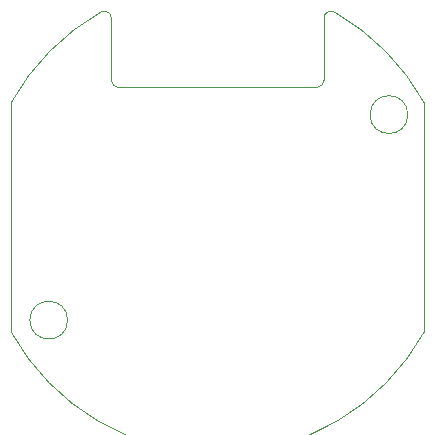
<source format=gbr>
%TF.GenerationSoftware,KiCad,Pcbnew,9.0.5-9.0.5~ubuntu25.04.1*%
%TF.CreationDate,2025-10-27T18:11:11+01:00*%
%TF.ProjectId,BladeMaster,426c6164-654d-4617-9374-65722e6b6963,rev?*%
%TF.SameCoordinates,Original*%
%TF.FileFunction,Profile,NP*%
%FSLAX46Y46*%
G04 Gerber Fmt 4.6, Leading zero omitted, Abs format (unit mm)*
G04 Created by KiCad (PCBNEW 9.0.5-9.0.5~ubuntu25.04.1) date 2025-10-27 18:11:11*
%MOMM*%
%LPD*%
G01*
G04 APERTURE LIST*
%TA.AperFunction,Profile*%
%ADD10C,0.100000*%
%TD*%
G04 APERTURE END LIST*
D10*
X8400000Y11000000D02*
X-8400000Y11000000D01*
X9000000Y16858232D02*
G75*
G02*
X9896893Y17379597I600000J-32D01*
G01*
X-9000000Y11600000D02*
X-9000000Y16858232D01*
X-9896907Y17379621D02*
G75*
G02*
X-8999972Y16858232I296907J-521421D01*
G01*
X-8400000Y11000000D02*
G75*
G02*
X-9000000Y11600000I0J600000D01*
G01*
X9000000Y11600000D02*
G75*
G02*
X8400000Y11000000I-600000J0D01*
G01*
X9896907Y17379621D02*
G75*
G02*
X17500000Y9682458I-9896907J-17379621D01*
G01*
X-17500000Y9682458D02*
G75*
G02*
X-9896907Y17379621I17500000J-9682458D01*
G01*
X9000000Y11600000D02*
X9000000Y16858232D01*
X-12700000Y-8700000D02*
G75*
G02*
X-15900000Y-8700000I-1600000J0D01*
G01*
X-15900000Y-8700000D02*
G75*
G02*
X-12700000Y-8700000I1600000J0D01*
G01*
X-17500000Y9682458D02*
X-17500000Y-9682458D01*
X17500000Y9682458D02*
X17500000Y-9682458D01*
X17500000Y-9682458D02*
G75*
G02*
X-17500000Y-9682458I-17500000J9682458D01*
G01*
X16100000Y8700000D02*
G75*
G02*
X12900000Y8700000I-1600000J0D01*
G01*
X12900000Y8700000D02*
G75*
G02*
X16100000Y8700000I1600000J0D01*
G01*
M02*

</source>
